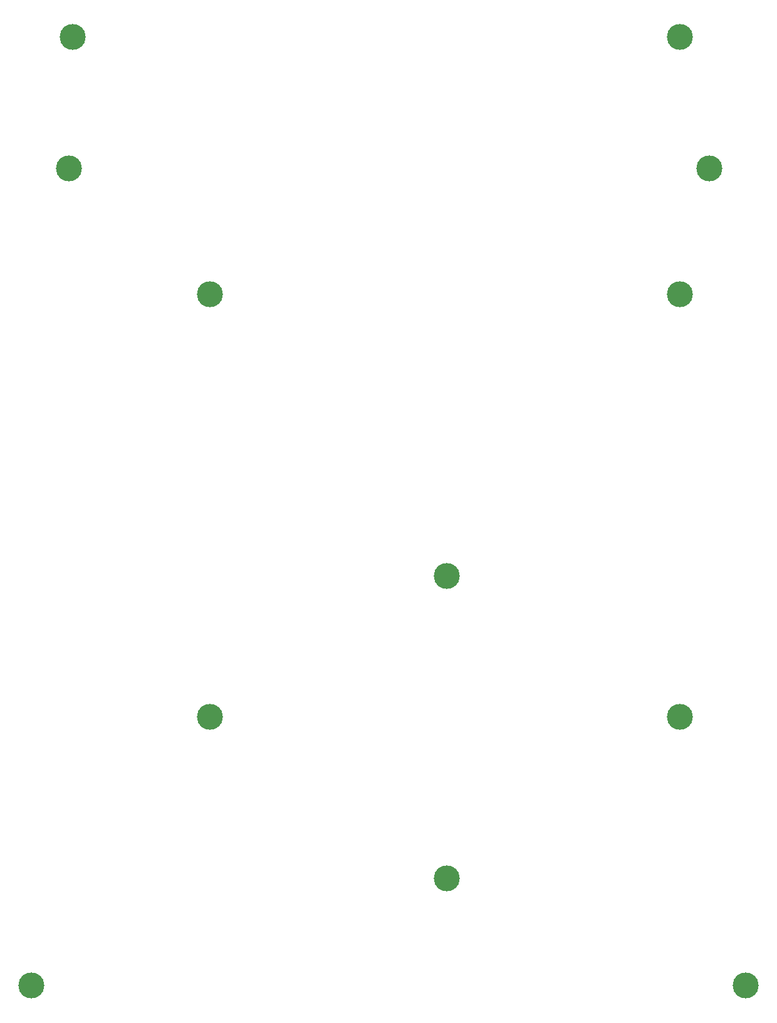
<source format=gbr>
%TF.GenerationSoftware,KiCad,Pcbnew,(5.1.10-1-10_14)*%
%TF.CreationDate,2021-10-29T16:55:04+02:00*%
%TF.ProjectId,bottom,626f7474-6f6d-42e6-9b69-6361645f7063,rev?*%
%TF.SameCoordinates,Original*%
%TF.FileFunction,Copper,L1,Top*%
%TF.FilePolarity,Positive*%
%FSLAX46Y46*%
G04 Gerber Fmt 4.6, Leading zero omitted, Abs format (unit mm)*
G04 Created by KiCad (PCBNEW (5.1.10-1-10_14)) date 2021-10-29 16:55:04*
%MOMM*%
%LPD*%
G01*
G04 APERTURE LIST*
%TA.AperFunction,ComponentPad*%
%ADD10C,3.500000*%
%TD*%
G04 APERTURE END LIST*
D10*
%TO.P,H12,1*%
%TO.N,N/C*%
X41910000Y-58420000D03*
%TD*%
%TO.P,H11,1*%
%TO.N,N/C*%
X128397000Y-58420000D03*
%TD*%
%TO.P,H10,1*%
%TO.N,N/C*%
X92964000Y-154432000D03*
%TD*%
%TO.P,H9,1*%
%TO.N,N/C*%
X124460000Y-132588000D03*
%TD*%
%TO.P,H8,1*%
%TO.N,N/C*%
X60960000Y-132588000D03*
%TD*%
%TO.P,H7,1*%
%TO.N,N/C*%
X124460000Y-75438000D03*
%TD*%
%TO.P,H6,1*%
%TO.N,N/C*%
X133350000Y-168910000D03*
%TD*%
%TO.P,H5,1*%
%TO.N,N/C*%
X60960000Y-75438000D03*
%TD*%
%TO.P,H4,1*%
%TO.N,N/C*%
X36830000Y-168910000D03*
%TD*%
%TO.P,H3,1*%
%TO.N,N/C*%
X42418000Y-40640000D03*
%TD*%
%TO.P,H2,1*%
%TO.N,N/C*%
X92964000Y-113538000D03*
%TD*%
%TO.P,H1,1*%
%TO.N,N/C*%
X124460000Y-40640000D03*
%TD*%
M02*

</source>
